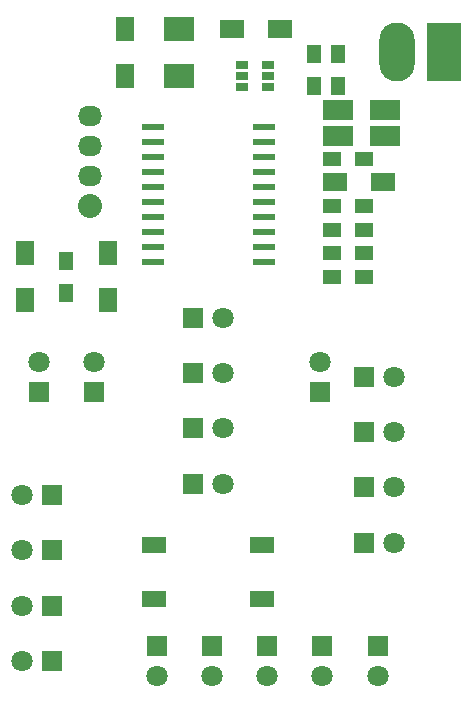
<source format=gbr>
G04 #@! TF.FileFunction,Soldermask,Bot*
%FSLAX46Y46*%
G04 Gerber Fmt 4.6, Leading zero omitted, Abs format (unit mm)*
G04 Created by KiCad (PCBNEW 4.0.5) date 02/22/18 20:10:39*
%MOMM*%
%LPD*%
G01*
G04 APERTURE LIST*
%ADD10C,0.100000*%
%ADD11R,1.800000X1.800000*%
%ADD12C,1.800000*%
%ADD13R,1.600000X2.000000*%
%ADD14R,2.000000X1.600000*%
%ADD15R,2.500000X1.700000*%
%ADD16R,2.500000X2.000000*%
%ADD17R,1.300000X1.500000*%
%ADD18R,1.500000X1.300000*%
%ADD19R,2.100000X1.400000*%
%ADD20R,1.060000X0.650000*%
%ADD21R,1.950000X0.600000*%
%ADD22R,3.000000X5.000000*%
%ADD23O,3.000000X5.000000*%
%ADD24C,2.032000*%
%ADD25O,2.032000X1.727200*%
G04 APERTURE END LIST*
D10*
D11*
X115725000Y-77835000D03*
D12*
X118265000Y-77835000D03*
D13*
X101500000Y-63000000D03*
X101500000Y-67000000D03*
D14*
X127770000Y-57000000D03*
X131770000Y-57000000D03*
X123050000Y-44000000D03*
X119050000Y-44000000D03*
D15*
X128000000Y-50900000D03*
X132000000Y-50900000D03*
D11*
X103770000Y-83495000D03*
D12*
X101230000Y-83495000D03*
D11*
X103770000Y-88165000D03*
D12*
X101230000Y-88165000D03*
D11*
X103770000Y-92835000D03*
D12*
X101230000Y-92835000D03*
D11*
X103770000Y-97505000D03*
D12*
X101230000Y-97505000D03*
D11*
X112660000Y-96230000D03*
D12*
X112660000Y-98770000D03*
D11*
X117330000Y-96230000D03*
D12*
X117330000Y-98770000D03*
D11*
X122000000Y-96230000D03*
D12*
X122000000Y-98770000D03*
D11*
X126670000Y-96230000D03*
D12*
X126670000Y-98770000D03*
D11*
X131340000Y-96230000D03*
D12*
X131340000Y-98770000D03*
D11*
X130230000Y-87505000D03*
D12*
X132770000Y-87505000D03*
D11*
X130230000Y-82835000D03*
D12*
X132770000Y-82835000D03*
D11*
X130230000Y-78165000D03*
D12*
X132770000Y-78165000D03*
D11*
X130230000Y-73495000D03*
D12*
X132770000Y-73495000D03*
D11*
X126495000Y-74765000D03*
D12*
X126495000Y-72225000D03*
D11*
X107345000Y-74765000D03*
D12*
X107345000Y-72225000D03*
D11*
X102675000Y-74765000D03*
D12*
X102675000Y-72225000D03*
D11*
X115725000Y-68495000D03*
D12*
X118265000Y-68495000D03*
D11*
X115725000Y-73165000D03*
D12*
X118265000Y-73165000D03*
D11*
X115725000Y-82505000D03*
D12*
X118265000Y-82505000D03*
D16*
X114500000Y-44000000D03*
X114500000Y-48000000D03*
D17*
X126000000Y-46150000D03*
X126000000Y-48850000D03*
X128000000Y-48850000D03*
X128000000Y-46150000D03*
D18*
X130225000Y-55000000D03*
X127525000Y-55000000D03*
X130225000Y-59000000D03*
X127525000Y-59000000D03*
X130225000Y-61000000D03*
X127525000Y-61000000D03*
X130225000Y-63000000D03*
X127525000Y-63000000D03*
X130225000Y-65000000D03*
X127525000Y-65000000D03*
D19*
X121550000Y-87750000D03*
X112450000Y-87750000D03*
X121550000Y-92250000D03*
X112450000Y-92250000D03*
D20*
X119900000Y-48950000D03*
X119900000Y-48000000D03*
X119900000Y-47050000D03*
X122100000Y-47050000D03*
X122100000Y-48950000D03*
X122100000Y-48000000D03*
D13*
X110000000Y-44000000D03*
X110000000Y-48000000D03*
X108500000Y-63000000D03*
X108500000Y-67000000D03*
D21*
X112300000Y-63715000D03*
X112300000Y-62445000D03*
X112300000Y-61175000D03*
X112300000Y-59905000D03*
X112300000Y-58635000D03*
X112300000Y-57365000D03*
X112300000Y-56095000D03*
X112300000Y-54825000D03*
X112300000Y-53555000D03*
X112300000Y-52285000D03*
X121700000Y-52285000D03*
X121700000Y-53555000D03*
X121700000Y-54825000D03*
X121700000Y-56095000D03*
X121700000Y-57365000D03*
X121700000Y-58635000D03*
X121700000Y-59905000D03*
X121700000Y-61175000D03*
X121700000Y-62445000D03*
X121700000Y-63715000D03*
D22*
X137000000Y-46000000D03*
D23*
X133000000Y-46000000D03*
D24*
X107000000Y-59000000D03*
D25*
X107000000Y-56460000D03*
X107000000Y-53920000D03*
X107000000Y-51380000D03*
D17*
X105000000Y-66350000D03*
X105000000Y-63650000D03*
D15*
X128000000Y-53050000D03*
X132000000Y-53050000D03*
M02*

</source>
